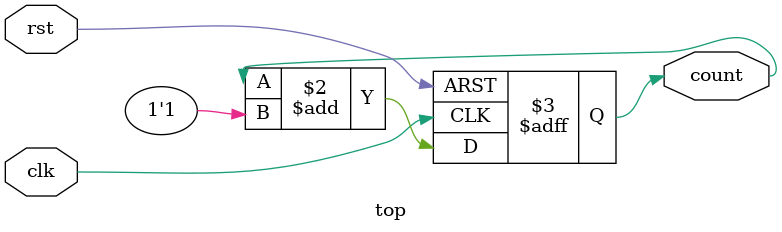
<source format=v>
module top(input wire clk,rst,output reg count);

always @(posedge clk or posedge rst)begin
	if(rst)
		count <= 0;
	else
		count <= count + 1'b1;
end

endmodule

</source>
